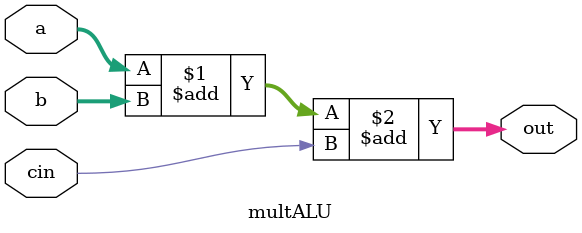
<source format=v>


module multALU(out, a, b, cin);

parameter MBITS = 16 ;

output [MBITS-1:0] out;
input [MBITS-1:0] a;
input [MBITS-1:0] b;
input cin;

assign out = a + b + cin;

endmodule


</source>
